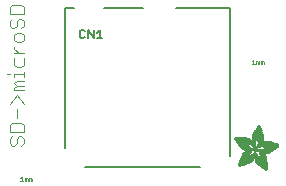
<source format=gbr>
G04 EAGLE Gerber RS-274X export*
G75*
%MOMM*%
%FSLAX34Y34*%
%LPD*%
%INSilkscreen Top*%
%IPPOS*%
%AMOC8*
5,1,8,0,0,1.08239X$1,22.5*%
G01*
%ADD10C,0.101600*%
%ADD11C,0.203200*%
%ADD12C,0.152400*%
%ADD13R,0.050800X0.006300*%
%ADD14R,0.082600X0.006400*%
%ADD15R,0.120600X0.006300*%
%ADD16R,0.139700X0.006400*%
%ADD17R,0.158800X0.006300*%
%ADD18R,0.177800X0.006400*%
%ADD19R,0.196800X0.006300*%
%ADD20R,0.215900X0.006400*%
%ADD21R,0.228600X0.006300*%
%ADD22R,0.241300X0.006400*%
%ADD23R,0.254000X0.006300*%
%ADD24R,0.266700X0.006400*%
%ADD25R,0.279400X0.006300*%
%ADD26R,0.285700X0.006400*%
%ADD27R,0.298400X0.006300*%
%ADD28R,0.311200X0.006400*%
%ADD29R,0.317500X0.006300*%
%ADD30R,0.330200X0.006400*%
%ADD31R,0.336600X0.006300*%
%ADD32R,0.349200X0.006400*%
%ADD33R,0.361900X0.006300*%
%ADD34R,0.368300X0.006400*%
%ADD35R,0.381000X0.006300*%
%ADD36R,0.387300X0.006400*%
%ADD37R,0.393700X0.006300*%
%ADD38R,0.406400X0.006400*%
%ADD39R,0.412700X0.006300*%
%ADD40R,0.419100X0.006400*%
%ADD41R,0.431800X0.006300*%
%ADD42R,0.438100X0.006400*%
%ADD43R,0.450800X0.006300*%
%ADD44R,0.457200X0.006400*%
%ADD45R,0.463500X0.006300*%
%ADD46R,0.476200X0.006400*%
%ADD47R,0.482600X0.006300*%
%ADD48R,0.488900X0.006400*%
%ADD49R,0.501600X0.006300*%
%ADD50R,0.508000X0.006400*%
%ADD51R,0.514300X0.006300*%
%ADD52R,0.527000X0.006400*%
%ADD53R,0.533400X0.006300*%
%ADD54R,0.546100X0.006400*%
%ADD55R,0.552400X0.006300*%
%ADD56R,0.558800X0.006400*%
%ADD57R,0.571500X0.006300*%
%ADD58R,0.577800X0.006400*%
%ADD59R,0.584200X0.006300*%
%ADD60R,0.596900X0.006400*%
%ADD61R,0.603200X0.006300*%
%ADD62R,0.609600X0.006400*%
%ADD63R,0.622300X0.006300*%
%ADD64R,0.628600X0.006400*%
%ADD65R,0.641300X0.006300*%
%ADD66R,0.647700X0.006400*%
%ADD67R,0.063500X0.006300*%
%ADD68R,0.654000X0.006300*%
%ADD69R,0.101600X0.006400*%
%ADD70R,0.666700X0.006400*%
%ADD71R,0.139700X0.006300*%
%ADD72R,0.673100X0.006300*%
%ADD73R,0.165100X0.006400*%
%ADD74R,0.679400X0.006400*%
%ADD75R,0.196900X0.006300*%
%ADD76R,0.692100X0.006300*%
%ADD77R,0.222200X0.006400*%
%ADD78R,0.698500X0.006400*%
%ADD79R,0.247700X0.006300*%
%ADD80R,0.704800X0.006300*%
%ADD81R,0.279400X0.006400*%
%ADD82R,0.717500X0.006400*%
%ADD83R,0.298500X0.006300*%
%ADD84R,0.723900X0.006300*%
%ADD85R,0.736600X0.006400*%
%ADD86R,0.342900X0.006300*%
%ADD87R,0.742900X0.006300*%
%ADD88R,0.374700X0.006400*%
%ADD89R,0.749300X0.006400*%
%ADD90R,0.762000X0.006300*%
%ADD91R,0.412700X0.006400*%
%ADD92R,0.768300X0.006400*%
%ADD93R,0.438100X0.006300*%
%ADD94R,0.774700X0.006300*%
%ADD95R,0.463600X0.006400*%
%ADD96R,0.787400X0.006400*%
%ADD97R,0.793700X0.006300*%
%ADD98R,0.495300X0.006400*%
%ADD99R,0.800100X0.006400*%
%ADD100R,0.520700X0.006300*%
%ADD101R,0.812800X0.006300*%
%ADD102R,0.533400X0.006400*%
%ADD103R,0.819100X0.006400*%
%ADD104R,0.558800X0.006300*%
%ADD105R,0.825500X0.006300*%
%ADD106R,0.577900X0.006400*%
%ADD107R,0.831800X0.006400*%
%ADD108R,0.596900X0.006300*%
%ADD109R,0.844500X0.006300*%
%ADD110R,0.616000X0.006400*%
%ADD111R,0.850900X0.006400*%
%ADD112R,0.635000X0.006300*%
%ADD113R,0.857200X0.006300*%
%ADD114R,0.654100X0.006400*%
%ADD115R,0.863600X0.006400*%
%ADD116R,0.666700X0.006300*%
%ADD117R,0.869900X0.006300*%
%ADD118R,0.685800X0.006400*%
%ADD119R,0.876300X0.006400*%
%ADD120R,0.882600X0.006300*%
%ADD121R,0.723900X0.006400*%
%ADD122R,0.889000X0.006400*%
%ADD123R,0.895300X0.006300*%
%ADD124R,0.755700X0.006400*%
%ADD125R,0.901700X0.006400*%
%ADD126R,0.908000X0.006300*%
%ADD127R,0.793800X0.006400*%
%ADD128R,0.914400X0.006400*%
%ADD129R,0.806400X0.006300*%
%ADD130R,0.920700X0.006300*%
%ADD131R,0.825500X0.006400*%
%ADD132R,0.927100X0.006400*%
%ADD133R,0.933400X0.006300*%
%ADD134R,0.857300X0.006400*%
%ADD135R,0.939800X0.006400*%
%ADD136R,0.870000X0.006300*%
%ADD137R,0.939800X0.006300*%
%ADD138R,0.946100X0.006400*%
%ADD139R,0.952500X0.006300*%
%ADD140R,0.908000X0.006400*%
%ADD141R,0.958800X0.006400*%
%ADD142R,0.965200X0.006300*%
%ADD143R,0.965200X0.006400*%
%ADD144R,0.971500X0.006300*%
%ADD145R,0.952500X0.006400*%
%ADD146R,0.977900X0.006400*%
%ADD147R,0.958800X0.006300*%
%ADD148R,0.984200X0.006300*%
%ADD149R,0.971500X0.006400*%
%ADD150R,0.984200X0.006400*%
%ADD151R,0.990600X0.006300*%
%ADD152R,0.984300X0.006400*%
%ADD153R,0.996900X0.006400*%
%ADD154R,0.997000X0.006300*%
%ADD155R,0.996900X0.006300*%
%ADD156R,1.003300X0.006400*%
%ADD157R,1.016000X0.006300*%
%ADD158R,1.009600X0.006300*%
%ADD159R,1.016000X0.006400*%
%ADD160R,1.009600X0.006400*%
%ADD161R,1.022300X0.006300*%
%ADD162R,1.028700X0.006400*%
%ADD163R,1.035100X0.006300*%
%ADD164R,1.047800X0.006400*%
%ADD165R,1.054100X0.006300*%
%ADD166R,1.028700X0.006300*%
%ADD167R,1.054100X0.006400*%
%ADD168R,1.035000X0.006400*%
%ADD169R,1.060400X0.006300*%
%ADD170R,1.035000X0.006300*%
%ADD171R,1.060500X0.006400*%
%ADD172R,1.041400X0.006400*%
%ADD173R,1.066800X0.006300*%
%ADD174R,1.041400X0.006300*%
%ADD175R,1.079500X0.006400*%
%ADD176R,1.047700X0.006400*%
%ADD177R,1.085900X0.006300*%
%ADD178R,1.047700X0.006300*%
%ADD179R,1.085800X0.006400*%
%ADD180R,1.092200X0.006300*%
%ADD181R,1.085900X0.006400*%
%ADD182R,1.098600X0.006300*%
%ADD183R,1.098600X0.006400*%
%ADD184R,1.060400X0.006400*%
%ADD185R,1.104900X0.006300*%
%ADD186R,1.104900X0.006400*%
%ADD187R,1.066800X0.006400*%
%ADD188R,1.111200X0.006300*%
%ADD189R,1.117600X0.006400*%
%ADD190R,1.117600X0.006300*%
%ADD191R,1.073100X0.006300*%
%ADD192R,1.073100X0.006400*%
%ADD193R,1.124000X0.006300*%
%ADD194R,1.079500X0.006300*%
%ADD195R,1.123900X0.006400*%
%ADD196R,1.130300X0.006300*%
%ADD197R,1.130300X0.006400*%
%ADD198R,1.136700X0.006400*%
%ADD199R,1.136700X0.006300*%
%ADD200R,1.085800X0.006300*%
%ADD201R,1.136600X0.006400*%
%ADD202R,1.136600X0.006300*%
%ADD203R,1.143000X0.006400*%
%ADD204R,1.143000X0.006300*%
%ADD205R,1.149400X0.006300*%
%ADD206R,1.149300X0.006300*%
%ADD207R,1.149300X0.006400*%
%ADD208R,1.149400X0.006400*%
%ADD209R,1.155700X0.006400*%
%ADD210R,1.155700X0.006300*%
%ADD211R,1.060500X0.006300*%
%ADD212R,2.197100X0.006400*%
%ADD213R,2.197100X0.006300*%
%ADD214R,2.184400X0.006300*%
%ADD215R,2.184400X0.006400*%
%ADD216R,2.171700X0.006400*%
%ADD217R,2.171700X0.006300*%
%ADD218R,1.530300X0.006400*%
%ADD219R,1.505000X0.006300*%
%ADD220R,1.492300X0.006400*%
%ADD221R,1.485900X0.006300*%
%ADD222R,0.565200X0.006300*%
%ADD223R,1.473200X0.006400*%
%ADD224R,0.565200X0.006400*%
%ADD225R,1.460500X0.006300*%
%ADD226R,1.454100X0.006400*%
%ADD227R,0.552400X0.006400*%
%ADD228R,1.441500X0.006300*%
%ADD229R,0.546100X0.006300*%
%ADD230R,1.435100X0.006400*%
%ADD231R,0.539800X0.006400*%
%ADD232R,1.428800X0.006300*%
%ADD233R,1.422400X0.006400*%
%ADD234R,1.409700X0.006300*%
%ADD235R,0.527100X0.006300*%
%ADD236R,1.403300X0.006400*%
%ADD237R,0.527100X0.006400*%
%ADD238R,1.390700X0.006300*%
%ADD239R,1.384300X0.006400*%
%ADD240R,0.520700X0.006400*%
%ADD241R,1.384300X0.006300*%
%ADD242R,0.514400X0.006300*%
%ADD243R,1.371600X0.006400*%
%ADD244R,1.365200X0.006300*%
%ADD245R,0.508000X0.006300*%
%ADD246R,1.352600X0.006400*%
%ADD247R,0.501700X0.006400*%
%ADD248R,0.711200X0.006300*%
%ADD249R,0.603300X0.006300*%
%ADD250R,0.501700X0.006300*%
%ADD251R,0.692100X0.006400*%
%ADD252R,0.571500X0.006400*%
%ADD253R,0.679400X0.006300*%
%ADD254R,0.495300X0.006300*%
%ADD255R,0.673100X0.006400*%
%ADD256R,0.666800X0.006300*%
%ADD257R,0.488900X0.006300*%
%ADD258R,0.660400X0.006400*%
%ADD259R,0.482600X0.006400*%
%ADD260R,0.476200X0.006300*%
%ADD261R,0.654000X0.006400*%
%ADD262R,0.469900X0.006400*%
%ADD263R,0.476300X0.006400*%
%ADD264R,0.647700X0.006300*%
%ADD265R,0.457200X0.006300*%
%ADD266R,0.469900X0.006300*%
%ADD267R,0.641300X0.006400*%
%ADD268R,0.444500X0.006400*%
%ADD269R,0.463600X0.006300*%
%ADD270R,0.635000X0.006400*%
%ADD271R,0.463500X0.006400*%
%ADD272R,0.393700X0.006400*%
%ADD273R,0.450800X0.006400*%
%ADD274R,0.628600X0.006300*%
%ADD275R,0.387400X0.006300*%
%ADD276R,0.450900X0.006300*%
%ADD277R,0.628700X0.006400*%
%ADD278R,0.374600X0.006400*%
%ADD279R,0.368300X0.006300*%
%ADD280R,0.438200X0.006300*%
%ADD281R,0.622300X0.006400*%
%ADD282R,0.355600X0.006400*%
%ADD283R,0.431800X0.006400*%
%ADD284R,0.349300X0.006300*%
%ADD285R,0.425400X0.006300*%
%ADD286R,0.615900X0.006300*%
%ADD287R,0.330200X0.006300*%
%ADD288R,0.419100X0.006300*%
%ADD289R,0.616000X0.006300*%
%ADD290R,0.311200X0.006300*%
%ADD291R,0.406400X0.006300*%
%ADD292R,0.615900X0.006400*%
%ADD293R,0.304800X0.006400*%
%ADD294R,0.158800X0.006400*%
%ADD295R,0.609600X0.006300*%
%ADD296R,0.292100X0.006300*%
%ADD297R,0.235000X0.006300*%
%ADD298R,0.387400X0.006400*%
%ADD299R,0.292100X0.006400*%
%ADD300R,0.336500X0.006300*%
%ADD301R,0.260400X0.006300*%
%ADD302R,0.603300X0.006400*%
%ADD303R,0.260400X0.006400*%
%ADD304R,0.362000X0.006400*%
%ADD305R,0.450900X0.006400*%
%ADD306R,0.355600X0.006300*%
%ADD307R,0.342900X0.006400*%
%ADD308R,0.514300X0.006400*%
%ADD309R,0.234900X0.006300*%
%ADD310R,0.539700X0.006300*%
%ADD311R,0.603200X0.006400*%
%ADD312R,0.234900X0.006400*%
%ADD313R,0.920700X0.006400*%
%ADD314R,0.958900X0.006400*%
%ADD315R,0.215900X0.006300*%
%ADD316R,0.209600X0.006400*%
%ADD317R,0.203200X0.006300*%
%ADD318R,1.003300X0.006300*%
%ADD319R,0.203200X0.006400*%
%ADD320R,0.196900X0.006400*%
%ADD321R,0.190500X0.006300*%
%ADD322R,0.190500X0.006400*%
%ADD323R,0.184200X0.006300*%
%ADD324R,0.590500X0.006400*%
%ADD325R,0.184200X0.006400*%
%ADD326R,0.590500X0.006300*%
%ADD327R,0.177800X0.006300*%
%ADD328R,0.584200X0.006400*%
%ADD329R,1.168400X0.006400*%
%ADD330R,0.171500X0.006300*%
%ADD331R,1.187500X0.006300*%
%ADD332R,1.200100X0.006400*%
%ADD333R,0.577800X0.006300*%
%ADD334R,1.212900X0.006300*%
%ADD335R,1.231900X0.006400*%
%ADD336R,1.250900X0.006300*%
%ADD337R,0.565100X0.006400*%
%ADD338R,0.184100X0.006400*%
%ADD339R,1.263700X0.006400*%
%ADD340R,0.565100X0.006300*%
%ADD341R,1.289100X0.006300*%
%ADD342R,1.314400X0.006400*%
%ADD343R,0.552500X0.006300*%
%ADD344R,1.568500X0.006300*%
%ADD345R,0.552500X0.006400*%
%ADD346R,1.581200X0.006400*%
%ADD347R,1.593800X0.006300*%
%ADD348R,1.606500X0.006400*%
%ADD349R,1.619300X0.006300*%
%ADD350R,0.514400X0.006400*%
%ADD351R,1.638300X0.006400*%
%ADD352R,1.657300X0.006300*%
%ADD353R,2.209800X0.006400*%
%ADD354R,2.425700X0.006300*%
%ADD355R,2.470100X0.006400*%
%ADD356R,2.501900X0.006300*%
%ADD357R,2.533700X0.006400*%
%ADD358R,2.559000X0.006300*%
%ADD359R,2.584500X0.006400*%
%ADD360R,2.609900X0.006300*%
%ADD361R,2.628900X0.006400*%
%ADD362R,2.660600X0.006300*%
%ADD363R,2.673400X0.006400*%
%ADD364R,1.422400X0.006300*%
%ADD365R,1.200200X0.006300*%
%ADD366R,1.365300X0.006300*%
%ADD367R,1.365300X0.006400*%
%ADD368R,1.352500X0.006300*%
%ADD369R,1.098500X0.006300*%
%ADD370R,1.358900X0.006400*%
%ADD371R,1.352600X0.006300*%
%ADD372R,1.358900X0.006300*%
%ADD373R,1.371600X0.006300*%
%ADD374R,1.377900X0.006400*%
%ADD375R,1.397000X0.006400*%
%ADD376R,1.403300X0.006300*%
%ADD377R,0.914400X0.006300*%
%ADD378R,0.876300X0.006300*%
%ADD379R,0.374600X0.006300*%
%ADD380R,1.073200X0.006400*%
%ADD381R,0.374700X0.006300*%
%ADD382R,0.844600X0.006400*%
%ADD383R,0.844600X0.006300*%
%ADD384R,0.831900X0.006400*%
%ADD385R,1.092200X0.006400*%
%ADD386R,0.400000X0.006300*%
%ADD387R,0.819200X0.006400*%
%ADD388R,1.111300X0.006400*%
%ADD389R,0.812800X0.006400*%
%ADD390R,0.800100X0.006300*%
%ADD391R,0.476300X0.006300*%
%ADD392R,1.181100X0.006300*%
%ADD393R,0.501600X0.006400*%
%ADD394R,1.193800X0.006400*%
%ADD395R,0.781000X0.006400*%
%ADD396R,1.238200X0.006400*%
%ADD397R,0.781100X0.006300*%
%ADD398R,1.257300X0.006300*%
%ADD399R,1.295400X0.006400*%
%ADD400R,1.333500X0.006300*%
%ADD401R,0.774700X0.006400*%
%ADD402R,1.866900X0.006400*%
%ADD403R,0.209600X0.006300*%
%ADD404R,1.866900X0.006300*%
%ADD405R,0.768400X0.006400*%
%ADD406R,0.209500X0.006400*%
%ADD407R,1.860600X0.006400*%
%ADD408R,0.762000X0.006400*%
%ADD409R,0.768400X0.006300*%
%ADD410R,1.860600X0.006300*%
%ADD411R,1.860500X0.006400*%
%ADD412R,0.222300X0.006300*%
%ADD413R,1.854200X0.006300*%
%ADD414R,0.235000X0.006400*%
%ADD415R,1.854200X0.006400*%
%ADD416R,0.768300X0.006300*%
%ADD417R,0.260300X0.006400*%
%ADD418R,1.847800X0.006400*%
%ADD419R,0.266700X0.006300*%
%ADD420R,1.847800X0.006300*%
%ADD421R,0.273100X0.006400*%
%ADD422R,1.841500X0.006400*%
%ADD423R,0.285800X0.006300*%
%ADD424R,1.841500X0.006300*%
%ADD425R,0.298500X0.006400*%
%ADD426R,1.835100X0.006400*%
%ADD427R,0.781000X0.006300*%
%ADD428R,0.304800X0.006300*%
%ADD429R,1.835100X0.006300*%
%ADD430R,0.317500X0.006400*%
%ADD431R,1.828800X0.006400*%
%ADD432R,0.787400X0.006300*%
%ADD433R,0.323800X0.006300*%
%ADD434R,1.828800X0.006300*%
%ADD435R,0.793700X0.006400*%
%ADD436R,1.822400X0.006400*%
%ADD437R,0.806500X0.006300*%
%ADD438R,1.822400X0.006300*%
%ADD439R,1.816100X0.006400*%
%ADD440R,0.819100X0.006300*%
%ADD441R,0.387300X0.006300*%
%ADD442R,1.816100X0.006300*%
%ADD443R,1.809800X0.006400*%
%ADD444R,1.803400X0.006300*%
%ADD445R,1.797000X0.006400*%
%ADD446R,0.901700X0.006300*%
%ADD447R,1.797000X0.006300*%
%ADD448R,1.441400X0.006400*%
%ADD449R,1.790700X0.006400*%
%ADD450R,1.447800X0.006300*%
%ADD451R,1.784300X0.006300*%
%ADD452R,1.447800X0.006400*%
%ADD453R,1.784300X0.006400*%
%ADD454R,1.454100X0.006300*%
%ADD455R,1.771700X0.006300*%
%ADD456R,1.460500X0.006400*%
%ADD457R,1.759000X0.006400*%
%ADD458R,1.466800X0.006300*%
%ADD459R,1.752600X0.006300*%
%ADD460R,1.466800X0.006400*%
%ADD461R,1.739900X0.006400*%
%ADD462R,1.473200X0.006300*%
%ADD463R,1.727200X0.006300*%
%ADD464R,1.479500X0.006400*%
%ADD465R,1.714500X0.006400*%
%ADD466R,1.695400X0.006300*%
%ADD467R,1.485900X0.006400*%
%ADD468R,1.682700X0.006400*%
%ADD469R,1.492200X0.006300*%
%ADD470R,1.663700X0.006300*%
%ADD471R,1.498600X0.006400*%
%ADD472R,1.644600X0.006400*%
%ADD473R,1.498600X0.006300*%
%ADD474R,1.619200X0.006300*%
%ADD475R,1.511300X0.006400*%
%ADD476R,1.600200X0.006400*%
%ADD477R,1.517700X0.006300*%
%ADD478R,1.574800X0.006300*%
%ADD479R,1.524000X0.006400*%
%ADD480R,1.555800X0.006400*%
%ADD481R,1.524000X0.006300*%
%ADD482R,1.536700X0.006300*%
%ADD483R,1.530400X0.006400*%
%ADD484R,1.517700X0.006400*%
%ADD485R,1.492300X0.006300*%
%ADD486R,1.549400X0.006400*%
%ADD487R,1.479600X0.006400*%
%ADD488R,1.549400X0.006300*%
%ADD489R,1.555700X0.006400*%
%ADD490R,1.562100X0.006300*%
%ADD491R,0.323900X0.006300*%
%ADD492R,1.568400X0.006400*%
%ADD493R,0.336600X0.006400*%
%ADD494R,1.587500X0.006300*%
%ADD495R,0.971600X0.006300*%
%ADD496R,0.349300X0.006400*%
%ADD497R,1.600200X0.006300*%
%ADD498R,0.920800X0.006300*%
%ADD499R,0.882700X0.006400*%
%ADD500R,1.612900X0.006300*%
%ADD501R,0.362000X0.006300*%
%ADD502R,1.625600X0.006400*%
%ADD503R,1.625600X0.006300*%
%ADD504R,1.644600X0.006300*%
%ADD505R,0.736600X0.006300*%
%ADD506R,0.717600X0.006400*%
%ADD507R,1.657400X0.006300*%
%ADD508R,0.679500X0.006300*%
%ADD509R,1.663700X0.006400*%
%ADD510R,0.400000X0.006400*%
%ADD511R,1.676400X0.006300*%
%ADD512R,1.676400X0.006400*%
%ADD513R,0.425500X0.006400*%
%ADD514R,1.352500X0.006400*%
%ADD515R,0.444500X0.006300*%
%ADD516R,0.361900X0.006400*%
%ADD517R,0.088900X0.006300*%
%ADD518R,1.009700X0.006300*%
%ADD519R,1.009700X0.006400*%
%ADD520R,1.022300X0.006400*%
%ADD521R,1.346200X0.006400*%
%ADD522R,1.346200X0.006300*%
%ADD523R,1.339900X0.006400*%
%ADD524R,1.035100X0.006400*%
%ADD525R,1.339800X0.006300*%
%ADD526R,1.333500X0.006400*%
%ADD527R,1.327200X0.006400*%
%ADD528R,1.320800X0.006300*%
%ADD529R,1.314500X0.006400*%
%ADD530R,1.314400X0.006300*%
%ADD531R,1.301700X0.006400*%
%ADD532R,1.295400X0.006300*%
%ADD533R,1.289000X0.006400*%
%ADD534R,1.276300X0.006300*%
%ADD535R,1.251000X0.006300*%
%ADD536R,1.244600X0.006400*%
%ADD537R,1.231900X0.006300*%
%ADD538R,1.212800X0.006400*%
%ADD539R,1.200100X0.006300*%
%ADD540R,1.187400X0.006400*%
%ADD541R,1.168400X0.006300*%
%ADD542R,1.047800X0.006300*%
%ADD543R,0.977900X0.006300*%
%ADD544R,0.946200X0.006400*%
%ADD545R,0.933400X0.006400*%
%ADD546R,0.895300X0.006400*%
%ADD547R,0.882700X0.006300*%
%ADD548R,0.863600X0.006300*%
%ADD549R,0.857200X0.006400*%
%ADD550R,0.850900X0.006300*%
%ADD551R,0.838200X0.006300*%
%ADD552R,0.806500X0.006400*%
%ADD553R,0.717600X0.006300*%
%ADD554R,0.711200X0.006400*%
%ADD555R,0.641400X0.006400*%
%ADD556R,0.641400X0.006300*%
%ADD557R,0.628700X0.006300*%
%ADD558R,0.590600X0.006300*%
%ADD559R,0.539700X0.006400*%
%ADD560R,0.285700X0.006300*%
%ADD561R,0.222200X0.006300*%
%ADD562R,0.171400X0.006300*%
%ADD563R,0.152400X0.006400*%
%ADD564R,0.133400X0.006300*%
%ADD565C,0.025400*%


D10*
X6003Y200328D02*
X4054Y198379D01*
X4054Y194481D01*
X6003Y192532D01*
X7952Y192532D01*
X9901Y194481D01*
X9901Y198379D01*
X11850Y200328D01*
X13799Y200328D01*
X15748Y198379D01*
X15748Y194481D01*
X13799Y192532D01*
X15748Y204226D02*
X4054Y204226D01*
X15748Y204226D02*
X15748Y210073D01*
X13799Y212022D01*
X6003Y212022D01*
X4054Y210073D01*
X4054Y204226D01*
X9901Y215920D02*
X9901Y223716D01*
X4054Y227614D02*
X9901Y235410D01*
X15748Y227614D01*
X15748Y239308D02*
X7952Y239308D01*
X7952Y241257D01*
X9901Y243206D01*
X15748Y243206D01*
X9901Y243206D02*
X7952Y245155D01*
X9901Y247104D01*
X15748Y247104D01*
X7952Y251002D02*
X7952Y252951D01*
X15748Y252951D01*
X15748Y251002D02*
X15748Y254900D01*
X4054Y252951D02*
X2105Y252951D01*
X7952Y260747D02*
X7952Y266594D01*
X7952Y260747D02*
X9901Y258798D01*
X13799Y258798D01*
X15748Y260747D01*
X15748Y266594D01*
X15748Y270492D02*
X7952Y270492D01*
X11850Y270492D02*
X7952Y274390D01*
X7952Y276339D01*
X15748Y282186D02*
X15748Y286084D01*
X13799Y288033D01*
X9901Y288033D01*
X7952Y286084D01*
X7952Y282186D01*
X9901Y280237D01*
X13799Y280237D01*
X15748Y282186D01*
X4054Y297778D02*
X6003Y299727D01*
X4054Y297778D02*
X4054Y293880D01*
X6003Y291931D01*
X7952Y291931D01*
X9901Y293880D01*
X9901Y297778D01*
X11850Y299727D01*
X13799Y299727D01*
X15748Y297778D01*
X15748Y293880D01*
X13799Y291931D01*
X15748Y303625D02*
X4054Y303625D01*
X15748Y303625D02*
X15748Y309472D01*
X13799Y311421D01*
X6003Y311421D01*
X4054Y309472D01*
X4054Y303625D01*
D11*
X190800Y309226D02*
X190800Y183626D01*
X50800Y190626D02*
X50800Y309226D01*
X67800Y174226D02*
X164800Y174226D01*
X58720Y309226D02*
X50800Y309226D01*
X144780Y309226D02*
X190800Y309226D01*
X117140Y309226D02*
X83820Y309226D01*
D12*
X66467Y290298D02*
X67568Y289196D01*
X66467Y290298D02*
X64264Y290298D01*
X63162Y289196D01*
X63162Y284790D01*
X64264Y283688D01*
X66467Y283688D01*
X67568Y284790D01*
X70646Y283688D02*
X70646Y290298D01*
X75053Y283688D01*
X75053Y290298D01*
X78130Y288094D02*
X80334Y290298D01*
X80334Y283688D01*
X82537Y283688D02*
X78130Y283688D01*
D13*
X220948Y171133D03*
D14*
X220980Y171196D03*
D15*
X220980Y171260D03*
D16*
X220949Y171323D03*
D17*
X220980Y171387D03*
D18*
X220948Y171450D03*
D19*
X220980Y171514D03*
D20*
X220949Y171577D03*
D21*
X220948Y171641D03*
D22*
X220885Y171704D03*
D23*
X220885Y171768D03*
D24*
X220822Y171831D03*
D25*
X220821Y171895D03*
D26*
X220790Y171958D03*
D27*
X220726Y172022D03*
D28*
X220726Y172085D03*
D29*
X220695Y172149D03*
D30*
X220631Y172212D03*
D31*
X220599Y172276D03*
D32*
X220599Y172339D03*
D33*
X220536Y172403D03*
D34*
X220504Y172466D03*
D35*
X220440Y172530D03*
D36*
X220409Y172593D03*
D37*
X220377Y172657D03*
D38*
X220313Y172720D03*
D39*
X220282Y172784D03*
D40*
X220250Y172847D03*
D41*
X220186Y172911D03*
D42*
X220155Y172974D03*
D43*
X220091Y173038D03*
D44*
X220059Y173101D03*
D45*
X220028Y173165D03*
D46*
X219964Y173228D03*
D47*
X219932Y173292D03*
D48*
X219901Y173355D03*
D49*
X219837Y173419D03*
D50*
X219805Y173482D03*
D51*
X219774Y173546D03*
D52*
X219710Y173609D03*
D53*
X219678Y173673D03*
D54*
X219615Y173736D03*
D55*
X219583Y173800D03*
D56*
X219551Y173863D03*
D57*
X219488Y173927D03*
D58*
X219456Y173990D03*
D59*
X219424Y174054D03*
D60*
X219361Y174117D03*
D61*
X219329Y174181D03*
D62*
X219297Y174244D03*
D63*
X219234Y174308D03*
D64*
X219202Y174371D03*
D65*
X219139Y174435D03*
D66*
X219107Y174498D03*
D67*
X199295Y174562D03*
D68*
X219075Y174562D03*
D69*
X199295Y174625D03*
D70*
X219012Y174625D03*
D71*
X199359Y174689D03*
D72*
X218980Y174689D03*
D73*
X199422Y174752D03*
D74*
X218948Y174752D03*
D75*
X199454Y174816D03*
D76*
X218885Y174816D03*
D77*
X199517Y174879D03*
D78*
X218853Y174879D03*
D79*
X199581Y174943D03*
D80*
X218821Y174943D03*
D81*
X199676Y175006D03*
D82*
X218758Y175006D03*
D83*
X199708Y175070D03*
D84*
X218726Y175070D03*
D30*
X199803Y175133D03*
D85*
X218662Y175133D03*
D86*
X199867Y175197D03*
D87*
X218631Y175197D03*
D88*
X199962Y175260D03*
D89*
X218599Y175260D03*
D37*
X200057Y175324D03*
D90*
X218535Y175324D03*
D91*
X200089Y175387D03*
D92*
X218504Y175387D03*
D93*
X200216Y175451D03*
D94*
X218472Y175451D03*
D95*
X200279Y175514D03*
D96*
X218408Y175514D03*
D47*
X200374Y175578D03*
D97*
X218377Y175578D03*
D98*
X200438Y175641D03*
D99*
X218345Y175641D03*
D100*
X200565Y175705D03*
D101*
X218281Y175705D03*
D102*
X200628Y175768D03*
D103*
X218250Y175768D03*
D104*
X200755Y175832D03*
D105*
X218218Y175832D03*
D106*
X200851Y175895D03*
D107*
X218186Y175895D03*
D108*
X200946Y175959D03*
D109*
X218123Y175959D03*
D110*
X201041Y176022D03*
D111*
X218091Y176022D03*
D112*
X201136Y176086D03*
D113*
X218059Y176086D03*
D114*
X201232Y176149D03*
D115*
X218027Y176149D03*
D116*
X201359Y176213D03*
D117*
X217996Y176213D03*
D118*
X201454Y176276D03*
D119*
X217964Y176276D03*
D80*
X201549Y176340D03*
D120*
X217932Y176340D03*
D121*
X201645Y176403D03*
D122*
X217900Y176403D03*
D87*
X201740Y176467D03*
D123*
X217869Y176467D03*
D124*
X201867Y176530D03*
D125*
X217837Y176530D03*
D94*
X201962Y176594D03*
D126*
X217805Y176594D03*
D127*
X202057Y176657D03*
D128*
X217773Y176657D03*
D129*
X202184Y176721D03*
D130*
X217742Y176721D03*
D131*
X202280Y176784D03*
D132*
X217710Y176784D03*
D109*
X202375Y176848D03*
D133*
X217678Y176848D03*
D134*
X202502Y176911D03*
D135*
X217646Y176911D03*
D136*
X202565Y176975D03*
D137*
X217646Y176975D03*
D122*
X202660Y177038D03*
D138*
X217615Y177038D03*
D123*
X202756Y177102D03*
D139*
X217583Y177102D03*
D140*
X202819Y177165D03*
D141*
X217551Y177165D03*
D130*
X202883Y177229D03*
D142*
X217519Y177229D03*
D132*
X202978Y177292D03*
D143*
X217519Y177292D03*
D137*
X203041Y177356D03*
D144*
X217488Y177356D03*
D145*
X203105Y177419D03*
D146*
X217456Y177419D03*
D147*
X203200Y177483D03*
D148*
X217424Y177483D03*
D149*
X203264Y177546D03*
D150*
X217424Y177546D03*
D148*
X203327Y177610D03*
D151*
X217392Y177610D03*
D152*
X203391Y177673D03*
D153*
X217361Y177673D03*
D154*
X203454Y177737D03*
D155*
X217361Y177737D03*
D156*
X203486Y177800D03*
X217329Y177800D03*
D157*
X203549Y177864D03*
D158*
X217297Y177864D03*
D159*
X203613Y177927D03*
D160*
X217297Y177927D03*
D161*
X203645Y177991D03*
D157*
X217265Y177991D03*
D162*
X203740Y178054D03*
D159*
X217265Y178054D03*
D163*
X203772Y178118D03*
D161*
X217234Y178118D03*
D164*
X203835Y178181D03*
D162*
X217202Y178181D03*
D165*
X203867Y178245D03*
D166*
X217202Y178245D03*
D167*
X203931Y178308D03*
D168*
X217170Y178308D03*
D169*
X203962Y178372D03*
D170*
X217170Y178372D03*
D171*
X204026Y178435D03*
D172*
X217138Y178435D03*
D173*
X204057Y178499D03*
D174*
X217138Y178499D03*
D175*
X204121Y178562D03*
D176*
X217107Y178562D03*
D177*
X204153Y178626D03*
D178*
X217107Y178626D03*
D179*
X204216Y178689D03*
D167*
X217075Y178689D03*
D180*
X204248Y178753D03*
D165*
X217075Y178753D03*
D181*
X204280Y178816D03*
D167*
X217075Y178816D03*
D182*
X204343Y178880D03*
D169*
X217043Y178880D03*
D183*
X204343Y178943D03*
D184*
X217043Y178943D03*
D185*
X204375Y179007D03*
D173*
X217011Y179007D03*
D186*
X204439Y179070D03*
D187*
X217011Y179070D03*
D188*
X204470Y179134D03*
D173*
X217011Y179134D03*
D189*
X204502Y179197D03*
D187*
X217011Y179197D03*
D190*
X204565Y179261D03*
D191*
X216980Y179261D03*
D189*
X204565Y179324D03*
D192*
X216980Y179324D03*
D193*
X204597Y179388D03*
D194*
X216948Y179388D03*
D195*
X204661Y179451D03*
D175*
X216948Y179451D03*
D196*
X204693Y179515D03*
D194*
X216948Y179515D03*
D197*
X204693Y179578D03*
D175*
X216948Y179578D03*
D196*
X204756Y179642D03*
D194*
X216948Y179642D03*
D198*
X204788Y179705D03*
D179*
X216916Y179705D03*
D199*
X204788Y179769D03*
D200*
X216916Y179769D03*
D201*
X204851Y179832D03*
D175*
X216885Y179832D03*
D202*
X204851Y179896D03*
D194*
X216885Y179896D03*
D203*
X204883Y179959D03*
D181*
X216853Y179959D03*
D204*
X204946Y180023D03*
D177*
X216853Y180023D03*
D203*
X204946Y180086D03*
D181*
X216853Y180086D03*
D205*
X204978Y180150D03*
D177*
X216853Y180150D03*
D203*
X205010Y180213D03*
D181*
X216853Y180213D03*
D206*
X205042Y180277D03*
D177*
X216853Y180277D03*
D207*
X205042Y180340D03*
D181*
X216853Y180340D03*
D205*
X205105Y180404D03*
D177*
X216853Y180404D03*
D208*
X205105Y180467D03*
D181*
X216853Y180467D03*
D205*
X205105Y180531D03*
D200*
X216789Y180531D03*
D207*
X205169Y180594D03*
D179*
X216789Y180594D03*
D206*
X205169Y180658D03*
D200*
X216789Y180658D03*
D209*
X205201Y180721D03*
D179*
X216789Y180721D03*
D205*
X205232Y180785D03*
D200*
X216789Y180785D03*
D208*
X205232Y180848D03*
D179*
X216789Y180848D03*
D210*
X205264Y180912D03*
D200*
X216789Y180912D03*
D207*
X205296Y180975D03*
D179*
X216789Y180975D03*
D206*
X205296Y181039D03*
D194*
X216758Y181039D03*
D209*
X205328Y181102D03*
D175*
X216758Y181102D03*
D205*
X205359Y181166D03*
D194*
X216758Y181166D03*
D208*
X205359Y181229D03*
D175*
X216758Y181229D03*
D205*
X205359Y181293D03*
D194*
X216758Y181293D03*
D207*
X205423Y181356D03*
D192*
X216726Y181356D03*
D206*
X205423Y181420D03*
D191*
X216726Y181420D03*
D207*
X205423Y181483D03*
D187*
X216757Y181483D03*
D205*
X205486Y181547D03*
D173*
X216757Y181547D03*
D208*
X205486Y181610D03*
D187*
X216757Y181610D03*
D205*
X205486Y181674D03*
D211*
X216726Y181674D03*
D203*
X205518Y181737D03*
D171*
X216726Y181737D03*
D206*
X205550Y181801D03*
D211*
X216726Y181801D03*
D207*
X205550Y181864D03*
D167*
X216694Y181864D03*
D204*
X205581Y181928D03*
D165*
X216694Y181928D03*
D208*
X205613Y181991D03*
D167*
X216694Y181991D03*
D205*
X205613Y182055D03*
D165*
X216694Y182055D03*
D212*
X210916Y182118D03*
D213*
X210916Y182182D03*
D212*
X210916Y182245D03*
D214*
X210915Y182309D03*
D215*
X210915Y182372D03*
D214*
X210915Y182436D03*
D216*
X210916Y182499D03*
D217*
X210916Y182563D03*
D218*
X207709Y182626D03*
D60*
X218726Y182626D03*
D219*
X207645Y182690D03*
D59*
X218789Y182690D03*
D220*
X207582Y182753D03*
D58*
X218821Y182753D03*
D221*
X207550Y182817D03*
D222*
X218821Y182817D03*
D223*
X207486Y182880D03*
D224*
X218821Y182880D03*
D225*
X207487Y182944D03*
D55*
X218821Y182944D03*
D226*
X207455Y183007D03*
D227*
X218821Y183007D03*
D228*
X207455Y183071D03*
D229*
X218790Y183071D03*
D230*
X207423Y183134D03*
D231*
X218821Y183134D03*
D232*
X207391Y183198D03*
D53*
X218789Y183198D03*
D233*
X207359Y183261D03*
D102*
X218789Y183261D03*
D234*
X207360Y183325D03*
D235*
X218758Y183325D03*
D236*
X207328Y183388D03*
D237*
X218758Y183388D03*
D238*
X207328Y183452D03*
D100*
X218726Y183452D03*
D239*
X207296Y183515D03*
D240*
X218726Y183515D03*
D241*
X207296Y183579D03*
D242*
X218694Y183579D03*
D243*
X207296Y183642D03*
D50*
X218662Y183642D03*
D244*
X207264Y183706D03*
D245*
X218662Y183706D03*
D246*
X207264Y183769D03*
D247*
X218631Y183769D03*
D248*
X204057Y183833D03*
D249*
X211011Y183833D03*
D250*
X218631Y183833D03*
D251*
X204026Y183896D03*
D252*
X211106Y183896D03*
D98*
X218599Y183896D03*
D253*
X203962Y183960D03*
D229*
X211170Y183960D03*
D254*
X218536Y183960D03*
D255*
X203994Y184023D03*
D102*
X211233Y184023D03*
D48*
X218504Y184023D03*
D256*
X203962Y184087D03*
D51*
X211265Y184087D03*
D257*
X218504Y184087D03*
D258*
X203930Y184150D03*
D98*
X211297Y184150D03*
D259*
X218472Y184150D03*
D68*
X203962Y184214D03*
D47*
X211360Y184214D03*
D260*
X218440Y184214D03*
D261*
X203962Y184277D03*
D262*
X211360Y184277D03*
D263*
X218377Y184277D03*
D264*
X203994Y184341D03*
D265*
X211423Y184341D03*
D266*
X218345Y184341D03*
D267*
X204026Y184404D03*
D268*
X211424Y184404D03*
D262*
X218345Y184404D03*
D65*
X204026Y184468D03*
D41*
X211487Y184468D03*
D269*
X218313Y184468D03*
D270*
X204057Y184531D03*
D40*
X211487Y184531D03*
D271*
X218250Y184531D03*
D112*
X204057Y184595D03*
D39*
X211519Y184595D03*
D265*
X218218Y184595D03*
D64*
X204089Y184658D03*
D272*
X211551Y184658D03*
D273*
X218186Y184658D03*
D274*
X204089Y184722D03*
D275*
X211582Y184722D03*
D276*
X218123Y184722D03*
D277*
X204153Y184785D03*
D278*
X211582Y184785D03*
D268*
X218091Y184785D03*
D63*
X204185Y184849D03*
D279*
X211614Y184849D03*
D280*
X218059Y184849D03*
D281*
X204185Y184912D03*
D282*
X211614Y184912D03*
D283*
X217964Y184912D03*
D63*
X204248Y184976D03*
D284*
X211646Y184976D03*
D285*
X217932Y184976D03*
D281*
X204248Y185039D03*
D30*
X211677Y185039D03*
D40*
X217901Y185039D03*
D286*
X204280Y185103D03*
D287*
X211677Y185103D03*
D288*
X217837Y185103D03*
D110*
X204343Y185166D03*
D28*
X211709Y185166D03*
D38*
X217773Y185166D03*
D289*
X204343Y185230D03*
D290*
X211709Y185230D03*
D291*
X217710Y185230D03*
D292*
X204407Y185293D03*
D293*
X211741Y185293D03*
D272*
X217647Y185293D03*
D294*
X221615Y185293D03*
D295*
X204438Y185357D03*
D296*
X211741Y185357D03*
D37*
X217583Y185357D03*
D297*
X221615Y185357D03*
D110*
X204470Y185420D03*
D26*
X211773Y185420D03*
D298*
X217551Y185420D03*
D299*
X221647Y185420D03*
D286*
X204534Y185484D03*
D25*
X211804Y185484D03*
D35*
X217456Y185484D03*
D300*
X221679Y185484D03*
D62*
X204565Y185547D03*
D24*
X211805Y185547D03*
D278*
X217424Y185547D03*
D88*
X221679Y185547D03*
D295*
X204629Y185611D03*
D301*
X211836Y185611D03*
D279*
X217329Y185611D03*
D39*
X221679Y185611D03*
D302*
X204661Y185674D03*
D303*
X211836Y185674D03*
D304*
X217297Y185674D03*
D305*
X221679Y185674D03*
D295*
X204692Y185738D03*
D23*
X211868Y185738D03*
D306*
X217202Y185738D03*
D47*
X221647Y185738D03*
D62*
X204756Y185801D03*
D22*
X211868Y185801D03*
D307*
X217139Y185801D03*
D308*
X221679Y185801D03*
D249*
X204788Y185865D03*
D309*
X211900Y185865D03*
D86*
X217075Y185865D03*
D310*
X221679Y185865D03*
D311*
X204851Y185928D03*
D312*
X211900Y185928D03*
D313*
X219901Y185928D03*
D249*
X204915Y185992D03*
D21*
X211931Y185992D03*
D133*
X219964Y185992D03*
D311*
X204978Y186055D03*
D20*
X211932Y186055D03*
D314*
X220028Y186055D03*
D108*
X205010Y186119D03*
D315*
X211932Y186119D03*
D142*
X220059Y186119D03*
D60*
X205074Y186182D03*
D316*
X211963Y186182D03*
D150*
X220091Y186182D03*
D108*
X205137Y186246D03*
D317*
X211995Y186246D03*
D318*
X220123Y186246D03*
D60*
X205201Y186309D03*
D319*
X211995Y186309D03*
D159*
X220186Y186309D03*
D108*
X205264Y186373D03*
D75*
X212027Y186373D03*
D170*
X220218Y186373D03*
D60*
X205328Y186436D03*
D320*
X212027Y186436D03*
D164*
X220218Y186436D03*
D108*
X205391Y186500D03*
D321*
X212059Y186500D03*
D173*
X220250Y186500D03*
D60*
X205455Y186563D03*
D322*
X212059Y186563D03*
D192*
X220282Y186563D03*
D108*
X205518Y186627D03*
D323*
X212090Y186627D03*
D180*
X220313Y186627D03*
D324*
X205550Y186690D03*
D325*
X212090Y186690D03*
D186*
X220314Y186690D03*
D326*
X205677Y186754D03*
D327*
X212122Y186754D03*
D193*
X220345Y186754D03*
D328*
X205708Y186817D03*
D18*
X212122Y186817D03*
D201*
X220345Y186817D03*
D326*
X205804Y186881D03*
D327*
X212122Y186881D03*
D210*
X220377Y186881D03*
D328*
X205899Y186944D03*
D18*
X212122Y186944D03*
D329*
X220377Y186944D03*
D59*
X205962Y187008D03*
D330*
X212154Y187008D03*
D331*
X220409Y187008D03*
D106*
X206058Y187071D03*
D18*
X212185Y187071D03*
D332*
X220409Y187071D03*
D333*
X206121Y187135D03*
D327*
X212185Y187135D03*
D334*
X220409Y187135D03*
D58*
X206248Y187198D03*
D325*
X212217Y187198D03*
D335*
X220441Y187198D03*
D57*
X206344Y187262D03*
D323*
X212217Y187262D03*
D336*
X220409Y187262D03*
D337*
X206439Y187325D03*
D338*
X212281Y187325D03*
D339*
X220409Y187325D03*
D340*
X206566Y187389D03*
D75*
X212281Y187389D03*
D341*
X220409Y187389D03*
D56*
X206661Y187452D03*
D316*
X212344Y187452D03*
D342*
X220345Y187452D03*
D343*
X206820Y187516D03*
D344*
X219139Y187516D03*
D345*
X206947Y187579D03*
D346*
X219202Y187579D03*
D53*
X207105Y187643D03*
D347*
X219202Y187643D03*
D102*
X207296Y187706D03*
D348*
X219266Y187706D03*
D100*
X207423Y187770D03*
D349*
X219266Y187770D03*
D350*
X207645Y187833D03*
D351*
X219298Y187833D03*
D100*
X207868Y187897D03*
D352*
X219266Y187897D03*
D353*
X216567Y187960D03*
D354*
X215615Y188024D03*
D355*
X215456Y188087D03*
D356*
X215361Y188151D03*
D357*
X215329Y188214D03*
D358*
X215265Y188278D03*
D359*
X215202Y188341D03*
D360*
X215202Y188405D03*
D361*
X215170Y188468D03*
D362*
X215138Y188532D03*
D363*
X215138Y188595D03*
D364*
X208693Y188659D03*
D365*
X222631Y188659D03*
D239*
X208439Y188722D03*
D209*
X222917Y188722D03*
D366*
X208217Y188786D03*
D193*
X223139Y188786D03*
D367*
X208090Y188849D03*
D189*
X223298Y188849D03*
D368*
X207963Y188913D03*
D369*
X223457Y188913D03*
D370*
X207868Y188976D03*
D181*
X223584Y188976D03*
D371*
X207772Y189040D03*
D194*
X223743Y189040D03*
D370*
X207677Y189103D03*
D187*
X223869Y189103D03*
D372*
X207614Y189167D03*
D211*
X223965Y189167D03*
D243*
X207550Y189230D03*
D171*
X224092Y189230D03*
D373*
X207486Y189294D03*
D165*
X224187Y189294D03*
D374*
X207455Y189357D03*
D184*
X224282Y189357D03*
D241*
X207423Y189421D03*
D165*
X224378Y189421D03*
D375*
X207359Y189484D03*
D171*
X224473Y189484D03*
D376*
X207328Y189548D03*
D165*
X224568Y189548D03*
D135*
X204946Y189611D03*
D38*
X212312Y189611D03*
D167*
X224632Y189611D03*
D377*
X204756Y189675D03*
D37*
X212440Y189675D03*
D211*
X224727Y189675D03*
D122*
X204565Y189738D03*
D88*
X212535Y189738D03*
D184*
X224790Y189738D03*
D378*
X204439Y189802D03*
D379*
X212598Y189802D03*
D191*
X224854Y189802D03*
D115*
X204311Y189865D03*
D34*
X212630Y189865D03*
D380*
X224917Y189865D03*
D113*
X204216Y189929D03*
D381*
X212662Y189929D03*
D191*
X224981Y189929D03*
D382*
X204089Y189992D03*
D278*
X212725Y189992D03*
D179*
X225044Y189992D03*
D383*
X203962Y190056D03*
D35*
X212757Y190056D03*
D180*
X225076Y190056D03*
D384*
X203899Y190119D03*
D36*
X212789Y190119D03*
D385*
X225139Y190119D03*
D105*
X203804Y190183D03*
D386*
X212852Y190183D03*
D185*
X225203Y190183D03*
D387*
X203708Y190246D03*
D38*
X212884Y190246D03*
D388*
X225235Y190246D03*
D101*
X203613Y190310D03*
D288*
X212948Y190310D03*
D196*
X225267Y190310D03*
D389*
X203549Y190373D03*
D283*
X213011Y190373D03*
D201*
X225298Y190373D03*
D129*
X203454Y190437D03*
D93*
X213043Y190437D03*
D205*
X225298Y190437D03*
D99*
X203359Y190500D03*
D95*
X213106Y190500D03*
D329*
X225330Y190500D03*
D390*
X203296Y190564D03*
D391*
X213170Y190564D03*
D392*
X225330Y190564D03*
D127*
X203200Y190627D03*
D393*
X213233Y190627D03*
D394*
X225330Y190627D03*
D97*
X203137Y190691D03*
D51*
X213297Y190691D03*
D334*
X225362Y190691D03*
D395*
X203073Y190754D03*
D54*
X213392Y190754D03*
D396*
X225298Y190754D03*
D397*
X203010Y190818D03*
D333*
X213487Y190818D03*
D398*
X225267Y190818D03*
D395*
X202946Y190881D03*
D110*
X213614Y190881D03*
D399*
X225203Y190881D03*
D397*
X202883Y190945D03*
D21*
X211677Y190945D03*
D285*
X215011Y190945D03*
D400*
X225076Y190945D03*
D401*
X202851Y191008D03*
D20*
X211551Y191008D03*
D402*
X222473Y191008D03*
D94*
X202788Y191072D03*
D403*
X211455Y191072D03*
D404*
X222536Y191072D03*
D405*
X202692Y191135D03*
D406*
X211392Y191135D03*
D407*
X222631Y191135D03*
D94*
X202661Y191199D03*
D403*
X211328Y191199D03*
D404*
X222663Y191199D03*
D408*
X202597Y191262D03*
D20*
X211297Y191262D03*
D407*
X222758Y191262D03*
D409*
X202565Y191326D03*
D315*
X211233Y191326D03*
D410*
X222758Y191326D03*
D92*
X202502Y191389D03*
D77*
X211201Y191389D03*
D411*
X222822Y191389D03*
D409*
X202438Y191453D03*
D412*
X211138Y191453D03*
D413*
X222853Y191453D03*
D408*
X202406Y191516D03*
D414*
X211074Y191516D03*
D415*
X222917Y191516D03*
D416*
X202375Y191580D03*
D309*
X211011Y191580D03*
D413*
X222917Y191580D03*
D405*
X202311Y191643D03*
D22*
X210979Y191643D03*
D415*
X222980Y191643D03*
D90*
X202279Y191707D03*
D23*
X210915Y191707D03*
D413*
X222980Y191707D03*
D92*
X202248Y191770D03*
D417*
X210884Y191770D03*
D418*
X223012Y191770D03*
D409*
X202184Y191834D03*
D419*
X210789Y191834D03*
D420*
X223012Y191834D03*
D401*
X202153Y191897D03*
D421*
X210757Y191897D03*
D422*
X223044Y191897D03*
D94*
X202153Y191961D03*
D423*
X210693Y191961D03*
D424*
X223044Y191961D03*
D401*
X202089Y192024D03*
D425*
X210630Y192024D03*
D426*
X223076Y192024D03*
D427*
X202057Y192088D03*
D428*
X210534Y192088D03*
D429*
X223076Y192088D03*
D96*
X202025Y192151D03*
D430*
X210471Y192151D03*
D431*
X223107Y192151D03*
D432*
X202025Y192215D03*
D433*
X210439Y192215D03*
D434*
X223107Y192215D03*
D435*
X201994Y192278D03*
D307*
X210344Y192278D03*
D436*
X223139Y192278D03*
D437*
X201994Y192342D03*
D306*
X210280Y192342D03*
D438*
X223139Y192342D03*
D389*
X201962Y192405D03*
D278*
X210185Y192405D03*
D439*
X223108Y192405D03*
D440*
X201994Y192469D03*
D441*
X210122Y192469D03*
D442*
X223108Y192469D03*
D384*
X201994Y192532D03*
D38*
X210026Y192532D03*
D443*
X223139Y192532D03*
D109*
X201994Y192596D03*
D285*
X209931Y192596D03*
D444*
X223107Y192596D03*
D115*
X202089Y192659D03*
D44*
X209772Y192659D03*
D445*
X223139Y192659D03*
D446*
X202216Y192723D03*
D49*
X209550Y192723D03*
D447*
X223139Y192723D03*
D448*
X204851Y192786D03*
D449*
X223108Y192786D03*
D450*
X204819Y192850D03*
D451*
X223076Y192850D03*
D452*
X204819Y192913D03*
D453*
X223076Y192913D03*
D454*
X204788Y192977D03*
D455*
X223076Y192977D03*
D456*
X204756Y193040D03*
D457*
X223012Y193040D03*
D458*
X204724Y193104D03*
D459*
X222980Y193104D03*
D460*
X204724Y193167D03*
D461*
X222917Y193167D03*
D462*
X204692Y193231D03*
D463*
X222917Y193231D03*
D464*
X204661Y193294D03*
D465*
X222854Y193294D03*
D221*
X204629Y193358D03*
D466*
X222758Y193358D03*
D467*
X204629Y193421D03*
D468*
X222695Y193421D03*
D469*
X204597Y193485D03*
D470*
X222600Y193485D03*
D471*
X204565Y193548D03*
D472*
X222504Y193548D03*
D473*
X204565Y193612D03*
D474*
X222377Y193612D03*
D475*
X204566Y193675D03*
D476*
X222345Y193675D03*
D477*
X204534Y193739D03*
D478*
X222218Y193739D03*
D479*
X204502Y193802D03*
D480*
X222123Y193802D03*
D481*
X204502Y193866D03*
D482*
X222028Y193866D03*
D483*
X204470Y193929D03*
D484*
X221933Y193929D03*
D482*
X204439Y193993D03*
D485*
X221806Y193993D03*
D486*
X204438Y194056D03*
D487*
X221742Y194056D03*
D488*
X204438Y194120D03*
D290*
X215900Y194120D03*
D204*
X223234Y194120D03*
D489*
X204407Y194183D03*
D430*
X215932Y194183D03*
D186*
X223171Y194183D03*
D490*
X204375Y194247D03*
D491*
X215964Y194247D03*
D200*
X223139Y194247D03*
D492*
X204343Y194310D03*
D30*
X215995Y194310D03*
D167*
X223044Y194310D03*
D478*
X204375Y194374D03*
D287*
X215995Y194374D03*
D166*
X222981Y194374D03*
D346*
X204343Y194437D03*
D493*
X216027Y194437D03*
D153*
X222949Y194437D03*
D494*
X204312Y194501D03*
D86*
X216059Y194501D03*
D495*
X222885Y194501D03*
D476*
X204311Y194564D03*
D496*
X216091Y194564D03*
D135*
X222790Y194564D03*
D497*
X204311Y194628D03*
D306*
X216122Y194628D03*
D498*
X222758Y194628D03*
D348*
X204280Y194691D03*
D282*
X216122Y194691D03*
D499*
X222695Y194691D03*
D500*
X204248Y194755D03*
D501*
X216154Y194755D03*
D113*
X222631Y194755D03*
D502*
X204248Y194818D03*
D34*
X216186Y194818D03*
D384*
X222568Y194818D03*
D503*
X204248Y194882D03*
D381*
X216218Y194882D03*
D390*
X222536Y194882D03*
D351*
X204248Y194945D03*
D88*
X216218Y194945D03*
D401*
X222473Y194945D03*
D504*
X204216Y195009D03*
D35*
X216249Y195009D03*
D505*
X222409Y195009D03*
D472*
X204216Y195072D03*
D298*
X216281Y195072D03*
D506*
X222377Y195072D03*
D507*
X204216Y195136D03*
D386*
X216281Y195136D03*
D508*
X222314Y195136D03*
D509*
X204185Y195199D03*
D510*
X216281Y195199D03*
D66*
X222282Y195199D03*
D511*
X204184Y195263D03*
D291*
X216313Y195263D03*
D289*
X222250Y195263D03*
D512*
X204184Y195326D03*
D91*
X216345Y195326D03*
D324*
X222187Y195326D03*
D368*
X202502Y195390D03*
D287*
X210979Y195390D03*
D39*
X216345Y195390D03*
D229*
X222155Y195390D03*
D246*
X202438Y195453D03*
D493*
X210947Y195453D03*
D513*
X216345Y195453D03*
D240*
X222155Y195453D03*
D368*
X202375Y195517D03*
D86*
X210979Y195517D03*
D41*
X216376Y195517D03*
D260*
X222123Y195517D03*
D514*
X202375Y195580D03*
D32*
X210947Y195580D03*
D283*
X216376Y195580D03*
D268*
X222092Y195580D03*
D371*
X202311Y195644D03*
D306*
X210979Y195644D03*
D515*
X216377Y195644D03*
D291*
X222091Y195644D03*
D514*
X202248Y195707D03*
D516*
X211011Y195707D03*
D268*
X216377Y195707D03*
D496*
X222060Y195707D03*
D372*
X202216Y195771D03*
D279*
X210979Y195771D03*
D43*
X216408Y195771D03*
D296*
X222028Y195771D03*
D246*
X202184Y195834D03*
D88*
X211011Y195834D03*
D44*
X216376Y195834D03*
D316*
X221996Y195834D03*
D368*
X202121Y195898D03*
D35*
X211042Y195898D03*
D266*
X216377Y195898D03*
D517*
X221965Y195898D03*
D370*
X202089Y195961D03*
D272*
X211043Y195961D03*
D262*
X216377Y195961D03*
D371*
X202057Y196025D03*
D386*
X211074Y196025D03*
D47*
X216376Y196025D03*
D514*
X201994Y196088D03*
D38*
X211106Y196088D03*
D48*
X216345Y196088D03*
D372*
X201962Y196152D03*
D288*
X211106Y196152D03*
D254*
X216313Y196152D03*
D370*
X201899Y196215D03*
D283*
X211169Y196215D03*
D50*
X216313Y196215D03*
D368*
X201867Y196279D03*
D151*
X213900Y196279D03*
D370*
X201835Y196342D03*
D153*
X213932Y196342D03*
D372*
X201772Y196406D03*
D155*
X213932Y196406D03*
D514*
X201740Y196469D03*
D156*
X213900Y196469D03*
D371*
X201676Y196533D03*
D518*
X213932Y196533D03*
D370*
X201645Y196596D03*
D519*
X213932Y196596D03*
D372*
X201581Y196660D03*
D157*
X213900Y196660D03*
D246*
X201549Y196723D03*
D520*
X213932Y196723D03*
D368*
X201486Y196787D03*
D161*
X213932Y196787D03*
D521*
X201454Y196850D03*
D520*
X213932Y196850D03*
D522*
X201390Y196914D03*
D166*
X213900Y196914D03*
D523*
X201359Y196977D03*
D524*
X213932Y196977D03*
D525*
X201295Y197041D03*
D163*
X213932Y197041D03*
D526*
X201264Y197104D03*
D524*
X213932Y197104D03*
D400*
X201200Y197168D03*
D174*
X213900Y197168D03*
D527*
X201168Y197231D03*
D176*
X213932Y197231D03*
D528*
X201136Y197295D03*
D178*
X213932Y197295D03*
D529*
X201105Y197358D03*
D176*
X213932Y197358D03*
D530*
X201041Y197422D03*
D178*
X213932Y197422D03*
D531*
X200978Y197485D03*
D167*
X213900Y197485D03*
D532*
X200946Y197549D03*
D211*
X213932Y197549D03*
D533*
X200914Y197612D03*
D171*
X213932Y197612D03*
D534*
X200851Y197676D03*
D211*
X213932Y197676D03*
D339*
X200851Y197739D03*
D171*
X213932Y197739D03*
D535*
X200787Y197803D03*
D211*
X213932Y197803D03*
D536*
X200755Y197866D03*
D171*
X213932Y197866D03*
D537*
X200692Y197930D03*
D211*
X213932Y197930D03*
D538*
X200660Y197993D03*
D171*
X213932Y197993D03*
D539*
X200597Y198057D03*
D211*
X213932Y198057D03*
D540*
X200533Y198120D03*
D171*
X213932Y198120D03*
D541*
X200501Y198184D03*
D173*
X213963Y198184D03*
D207*
X200470Y198247D03*
D187*
X213963Y198247D03*
D196*
X200375Y198311D03*
D173*
X213963Y198311D03*
D388*
X200343Y198374D03*
D187*
X213963Y198374D03*
D200*
X200279Y198438D03*
D173*
X213963Y198438D03*
D187*
X200184Y198501D03*
X213963Y198501D03*
D174*
X200120Y198565D03*
D173*
X213963Y198565D03*
D160*
X200025Y198628D03*
D187*
X213963Y198628D03*
D144*
X199962Y198692D03*
D173*
X213963Y198692D03*
D132*
X199867Y198755D03*
D187*
X213963Y198755D03*
D378*
X199740Y198819D03*
D173*
X213963Y198819D03*
D435*
X199581Y198882D03*
D187*
X213963Y198882D03*
D173*
X213963Y198946D03*
D187*
X213963Y199009D03*
D165*
X213964Y199073D03*
D167*
X213964Y199136D03*
D165*
X213964Y199200D03*
D167*
X213964Y199263D03*
D165*
X213964Y199327D03*
D164*
X213995Y199390D03*
D542*
X213995Y199454D03*
D164*
X213995Y199517D03*
D542*
X213995Y199581D03*
D164*
X213995Y199644D03*
D174*
X214027Y199708D03*
D168*
X213995Y199771D03*
D170*
X213995Y199835D03*
D168*
X213995Y199898D03*
D166*
X214027Y199962D03*
D162*
X214027Y200025D03*
D166*
X214027Y200089D03*
D159*
X214027Y200152D03*
D157*
X214027Y200216D03*
D159*
X214027Y200279D03*
D518*
X214059Y200343D03*
D519*
X214059Y200406D03*
D318*
X214027Y200470D03*
D153*
X214059Y200533D03*
D155*
X214059Y200597D03*
D153*
X214059Y200660D03*
D151*
X214090Y200724D03*
D152*
X214059Y200787D03*
D543*
X214091Y200851D03*
D146*
X214091Y200914D03*
D144*
X214059Y200978D03*
D143*
X214090Y201041D03*
D142*
X214090Y201105D03*
D141*
X214122Y201168D03*
D139*
X214091Y201232D03*
D544*
X214122Y201295D03*
D137*
X214090Y201359D03*
D545*
X214122Y201422D03*
D133*
X214122Y201486D03*
D132*
X214154Y201549D03*
D498*
X214122Y201613D03*
D128*
X214154Y201676D03*
D377*
X214154Y201740D03*
D125*
X214154Y201803D03*
D446*
X214154Y201867D03*
D546*
X214186Y201930D03*
D547*
X214186Y201994D03*
D499*
X214186Y202057D03*
D378*
X214218Y202121D03*
D115*
X214217Y202184D03*
D548*
X214217Y202248D03*
D549*
X214249Y202311D03*
D550*
X214218Y202375D03*
D382*
X214249Y202438D03*
D551*
X214281Y202502D03*
D107*
X214249Y202565D03*
D105*
X214281Y202629D03*
D103*
X214313Y202692D03*
D437*
X214313Y202756D03*
D552*
X214313Y202819D03*
D390*
X214345Y202883D03*
D127*
X214376Y202946D03*
D427*
X214376Y203010D03*
D395*
X214376Y203073D03*
D409*
X214376Y203137D03*
D408*
X214408Y203200D03*
D90*
X214408Y203264D03*
D124*
X214440Y203327D03*
D87*
X214440Y203391D03*
D85*
X214471Y203454D03*
D505*
X214471Y203518D03*
D121*
X214472Y203581D03*
D553*
X214503Y203645D03*
D554*
X214535Y203708D03*
D80*
X214503Y203772D03*
D78*
X214535Y203835D03*
D76*
X214567Y203899D03*
D118*
X214535Y203962D03*
D508*
X214567Y204026D03*
D255*
X214599Y204089D03*
D116*
X214567Y204153D03*
D258*
X214598Y204216D03*
D68*
X214630Y204280D03*
D555*
X214630Y204343D03*
D556*
X214630Y204407D03*
D270*
X214662Y204470D03*
D557*
X214694Y204534D03*
D281*
X214662Y204597D03*
D286*
X214694Y204661D03*
D62*
X214725Y204724D03*
D108*
X214726Y204788D03*
D60*
X214726Y204851D03*
D558*
X214757Y204915D03*
D58*
X214757Y204978D03*
D57*
X214789Y205042D03*
D252*
X214789Y205105D03*
D104*
X214789Y205169D03*
D345*
X214821Y205232D03*
D343*
X214821Y205296D03*
D559*
X214821Y205359D03*
D53*
X214852Y205423D03*
D52*
X214884Y205486D03*
D100*
X214853Y205550D03*
D350*
X214884Y205613D03*
D245*
X214916Y205677D03*
D393*
X214884Y205740D03*
D254*
X214916Y205804D03*
D48*
X214948Y205867D03*
D391*
X214948Y205931D03*
D263*
X214948Y205994D03*
D266*
X214980Y206058D03*
D44*
X214979Y206121D03*
D43*
X215011Y206185D03*
D273*
X215011Y206248D03*
D515*
X215043Y206312D03*
D283*
X215043Y206375D03*
D41*
X215043Y206439D03*
D40*
X215043Y206502D03*
D39*
X215075Y206566D03*
D91*
X215075Y206629D03*
D291*
X215106Y206693D03*
D272*
X215107Y206756D03*
D275*
X215138Y206820D03*
D298*
X215138Y206883D03*
D379*
X215138Y206947D03*
D34*
X215170Y207010D03*
D279*
X215170Y207074D03*
D282*
X215170Y207137D03*
D284*
X215202Y207201D03*
D307*
X215234Y207264D03*
D300*
X215202Y207328D03*
D30*
X215233Y207391D03*
D433*
X215265Y207455D03*
D28*
X215265Y207518D03*
D290*
X215265Y207582D03*
D293*
X215297Y207645D03*
D296*
X215297Y207709D03*
D299*
X215297Y207772D03*
D560*
X215329Y207836D03*
D421*
X215329Y207899D03*
D419*
X215361Y207963D03*
D417*
X215329Y208026D03*
D23*
X215360Y208090D03*
D22*
X215361Y208153D03*
D297*
X215392Y208217D03*
D77*
X215392Y208280D03*
D561*
X215392Y208344D03*
D316*
X215392Y208407D03*
D19*
X215392Y208471D03*
D325*
X215392Y208534D03*
D562*
X215392Y208598D03*
D563*
X215424Y208661D03*
D564*
X215392Y208725D03*
D69*
X215360Y208788D03*
D67*
X215361Y208852D03*
D565*
X209169Y263781D02*
X210440Y265052D01*
X210440Y261239D01*
X209169Y261239D02*
X211711Y261239D01*
X212911Y261239D02*
X212911Y263781D01*
X213547Y263781D01*
X214182Y263146D01*
X214182Y261239D01*
X214182Y263146D02*
X214818Y263781D01*
X215453Y263146D01*
X215453Y261239D01*
X216653Y261239D02*
X216653Y263781D01*
X217289Y263781D01*
X217924Y263146D01*
X217924Y261239D01*
X217924Y263146D02*
X218560Y263781D01*
X219195Y263146D01*
X219195Y261239D01*
X14352Y165992D02*
X13081Y164721D01*
X14352Y165992D02*
X14352Y162179D01*
X13081Y162179D02*
X15623Y162179D01*
X16823Y162179D02*
X16823Y164721D01*
X17459Y164721D01*
X18094Y164086D01*
X18094Y162179D01*
X18094Y164086D02*
X18730Y164721D01*
X19365Y164086D01*
X19365Y162179D01*
X20565Y162179D02*
X20565Y164721D01*
X21201Y164721D01*
X21836Y164086D01*
X21836Y162179D01*
X21836Y164086D02*
X22472Y164721D01*
X23107Y164086D01*
X23107Y162179D01*
M02*

</source>
